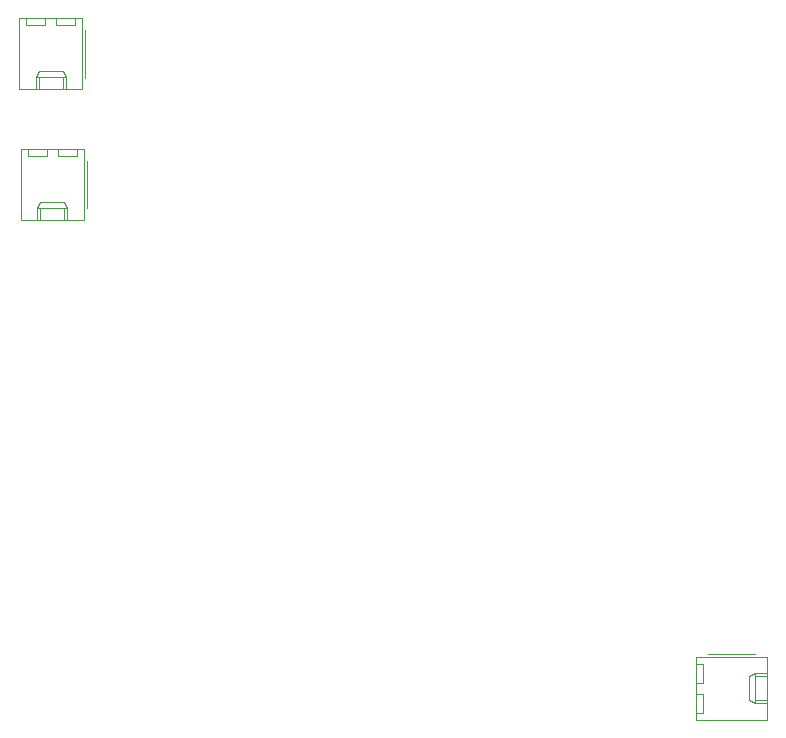
<source format=gbr>
%TF.GenerationSoftware,KiCad,Pcbnew,8.0.8*%
%TF.CreationDate,2025-04-22T11:25:48-05:00*%
%TF.ProjectId,LastChance,4c617374-4368-4616-9e63-652e6b696361,rev?*%
%TF.SameCoordinates,Original*%
%TF.FileFunction,Legend,Bot*%
%TF.FilePolarity,Positive*%
%FSLAX46Y46*%
G04 Gerber Fmt 4.6, Leading zero omitted, Abs format (unit mm)*
G04 Created by KiCad (PCBNEW 8.0.8) date 2025-04-22 11:25:48*
%MOMM*%
%LPD*%
G01*
G04 APERTURE LIST*
%ADD10C,0.120000*%
G04 APERTURE END LIST*
D10*
%TO.C,C4*%
X185769000Y-95866000D02*
X181769000Y-95866000D01*
X186759000Y-96156000D02*
X180739000Y-96156000D01*
X186759000Y-101456000D02*
X186759000Y-96156000D01*
X181339000Y-96736000D02*
X180739000Y-96736000D01*
X181339000Y-98336000D02*
X181339000Y-96736000D01*
X185229000Y-97786000D02*
X185759000Y-97536000D01*
X185759000Y-100076000D02*
X185759000Y-97536000D01*
X185759000Y-97536000D02*
X186759000Y-97536000D01*
X185229000Y-99826000D02*
X185229000Y-97786000D01*
X185759000Y-97786000D02*
X186759000Y-97786000D01*
X180739000Y-98336000D02*
X181339000Y-98336000D01*
X181339000Y-99276000D02*
X180739000Y-99276000D01*
X181339000Y-100876000D02*
X181339000Y-99276000D01*
X185759000Y-100076000D02*
X185229000Y-99826000D01*
X185759000Y-99826000D02*
X186759000Y-99826000D01*
X186759000Y-100076000D02*
X185759000Y-100076000D01*
X180739000Y-100876000D02*
X181339000Y-100876000D01*
X180739000Y-96156000D02*
X180739000Y-101456000D01*
X180739000Y-101456000D02*
X186759000Y-101456000D01*
%TO.C,C2*%
X129051000Y-47085000D02*
X129051000Y-43085000D01*
X128761000Y-48075000D02*
X128761000Y-42055000D01*
X123461000Y-48075000D02*
X128761000Y-48075000D01*
X128181000Y-42655000D02*
X128181000Y-42055000D01*
X126581000Y-42655000D02*
X128181000Y-42655000D01*
X127131000Y-46545000D02*
X127381000Y-47075000D01*
X124841000Y-47075000D02*
X127381000Y-47075000D01*
X127381000Y-47075000D02*
X127381000Y-48075000D01*
X125091000Y-46545000D02*
X127131000Y-46545000D01*
X127131000Y-47075000D02*
X127131000Y-48075000D01*
X126581000Y-42055000D02*
X126581000Y-42655000D01*
X125641000Y-42655000D02*
X125641000Y-42055000D01*
X124041000Y-42655000D02*
X125641000Y-42655000D01*
X124841000Y-47075000D02*
X125091000Y-46545000D01*
X125091000Y-47075000D02*
X125091000Y-48075000D01*
X124841000Y-48075000D02*
X124841000Y-47075000D01*
X124041000Y-42055000D02*
X124041000Y-42655000D01*
X128761000Y-42055000D02*
X123461000Y-42055000D01*
X123461000Y-42055000D02*
X123461000Y-48075000D01*
%TO.C,C1*%
X129178000Y-58134000D02*
X129178000Y-54134000D01*
X128888000Y-59124000D02*
X128888000Y-53104000D01*
X123588000Y-59124000D02*
X128888000Y-59124000D01*
X128308000Y-53704000D02*
X128308000Y-53104000D01*
X126708000Y-53704000D02*
X128308000Y-53704000D01*
X127258000Y-57594000D02*
X127508000Y-58124000D01*
X124968000Y-58124000D02*
X127508000Y-58124000D01*
X127508000Y-58124000D02*
X127508000Y-59124000D01*
X125218000Y-57594000D02*
X127258000Y-57594000D01*
X127258000Y-58124000D02*
X127258000Y-59124000D01*
X126708000Y-53104000D02*
X126708000Y-53704000D01*
X125768000Y-53704000D02*
X125768000Y-53104000D01*
X124168000Y-53704000D02*
X125768000Y-53704000D01*
X124968000Y-58124000D02*
X125218000Y-57594000D01*
X125218000Y-58124000D02*
X125218000Y-59124000D01*
X124968000Y-59124000D02*
X124968000Y-58124000D01*
X124168000Y-53104000D02*
X124168000Y-53704000D01*
X128888000Y-53104000D02*
X123588000Y-53104000D01*
X123588000Y-53104000D02*
X123588000Y-59124000D01*
%TD*%
M02*

</source>
